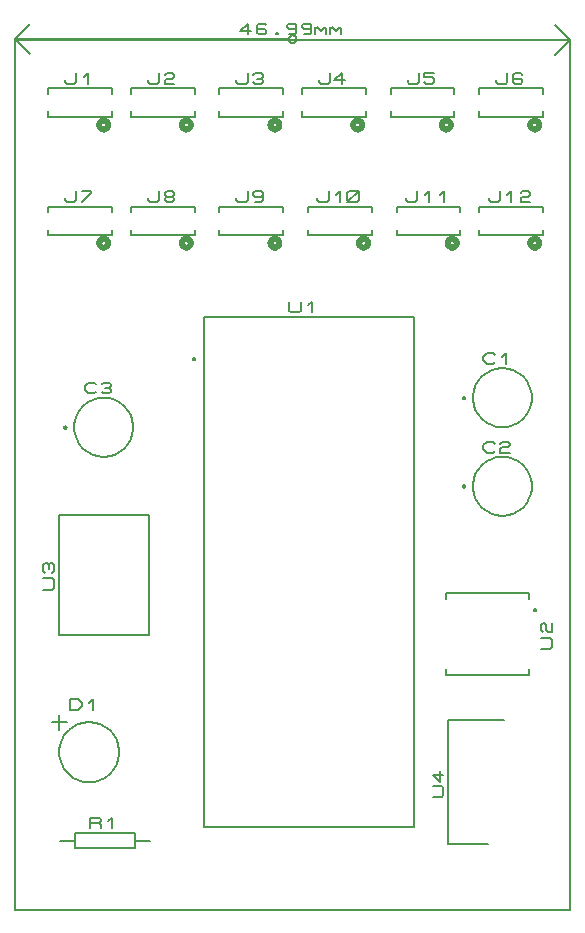
<source format=gbr>
G04 PROTEUS RS274X GERBER FILE*
%FSLAX45Y45*%
%MOMM*%
G01*
%ADD28C,0.127000*%
%ADD29C,0.200000*%
%ADD25C,0.203200*%
%ADD10C,0.508000*%
%ADD72C,0.152400*%
D28*
X+6599000Y+7687000D02*
X+8377000Y+7687000D01*
X+8377000Y+3369000D01*
X+6599000Y+3369000D01*
X+6599000Y+7687000D01*
D29*
X+6523000Y+7328000D02*
X+6522965Y+7328832D01*
X+6522683Y+7330497D01*
X+6522093Y+7332162D01*
X+6521128Y+7333827D01*
X+6519653Y+7335468D01*
X+6517988Y+7336671D01*
X+6516323Y+7337436D01*
X+6514658Y+7337867D01*
X+6512994Y+7338006D01*
X+6502988Y+7328000D02*
X+6503023Y+7328832D01*
X+6503305Y+7330497D01*
X+6503895Y+7332162D01*
X+6504860Y+7333827D01*
X+6506335Y+7335468D01*
X+6508000Y+7336671D01*
X+6509665Y+7337436D01*
X+6511330Y+7337867D01*
X+6512994Y+7338006D01*
X+6502988Y+7328000D02*
X+6503023Y+7327168D01*
X+6503305Y+7325503D01*
X+6503895Y+7323838D01*
X+6504860Y+7322173D01*
X+6506335Y+7320532D01*
X+6508000Y+7319329D01*
X+6509665Y+7318564D01*
X+6511330Y+7318133D01*
X+6512994Y+7317994D01*
X+6523000Y+7328000D02*
X+6522965Y+7327168D01*
X+6522683Y+7325503D01*
X+6522093Y+7323838D01*
X+6521128Y+7322173D01*
X+6519653Y+7320532D01*
X+6517988Y+7319329D01*
X+6516323Y+7318564D01*
X+6514658Y+7318133D01*
X+6512994Y+7317994D01*
D25*
X+7321744Y+7815270D02*
X+7321744Y+7739070D01*
X+7337619Y+7723830D01*
X+7401119Y+7723830D01*
X+7416994Y+7739070D01*
X+7416994Y+7815270D01*
X+7480494Y+7784790D02*
X+7512244Y+7815270D01*
X+7512244Y+7723830D01*
D10*
X+5788100Y+9309500D02*
X+5787969Y+9312658D01*
X+5786903Y+9318976D01*
X+5784672Y+9325294D01*
X+5781027Y+9331612D01*
X+5775452Y+9337851D01*
X+5769134Y+9342447D01*
X+5762816Y+9345380D01*
X+5756498Y+9347042D01*
X+5750180Y+9347600D01*
X+5750000Y+9347600D01*
X+5711900Y+9309500D02*
X+5712031Y+9312658D01*
X+5713097Y+9318976D01*
X+5715328Y+9325294D01*
X+5718973Y+9331612D01*
X+5724548Y+9337851D01*
X+5730866Y+9342447D01*
X+5737184Y+9345380D01*
X+5743502Y+9347042D01*
X+5749820Y+9347600D01*
X+5750000Y+9347600D01*
X+5711900Y+9309500D02*
X+5712031Y+9306342D01*
X+5713097Y+9300024D01*
X+5715328Y+9293706D01*
X+5718973Y+9287388D01*
X+5724548Y+9281149D01*
X+5730866Y+9276553D01*
X+5737184Y+9273620D01*
X+5743502Y+9271958D01*
X+5749820Y+9271400D01*
X+5750000Y+9271400D01*
X+5788100Y+9309500D02*
X+5787969Y+9306342D01*
X+5786903Y+9300024D01*
X+5784672Y+9293706D01*
X+5781027Y+9287388D01*
X+5775452Y+9281149D01*
X+5769134Y+9276553D01*
X+5762816Y+9273620D01*
X+5756498Y+9271958D01*
X+5750180Y+9271400D01*
X+5750000Y+9271400D01*
D72*
X+5280150Y+9380620D02*
X+5819850Y+9380620D01*
X+5819850Y+9424135D01*
X+5819850Y+9619380D02*
X+5280150Y+9619380D01*
X+5280150Y+9575865D01*
X+5280150Y+9424135D02*
X+5280150Y+9380620D01*
X+5819850Y+9575865D02*
X+5819850Y+9619380D01*
D25*
X+5423000Y+9687960D02*
X+5423000Y+9672720D01*
X+5438875Y+9657480D01*
X+5502375Y+9657480D01*
X+5518250Y+9672720D01*
X+5518250Y+9748920D01*
X+5581750Y+9718440D02*
X+5613500Y+9748920D01*
X+5613500Y+9657480D01*
D10*
X+6488100Y+9309500D02*
X+6487969Y+9312658D01*
X+6486903Y+9318976D01*
X+6484672Y+9325294D01*
X+6481027Y+9331612D01*
X+6475452Y+9337851D01*
X+6469134Y+9342447D01*
X+6462816Y+9345380D01*
X+6456498Y+9347042D01*
X+6450180Y+9347600D01*
X+6450000Y+9347600D01*
X+6411900Y+9309500D02*
X+6412031Y+9312658D01*
X+6413097Y+9318976D01*
X+6415328Y+9325294D01*
X+6418973Y+9331612D01*
X+6424548Y+9337851D01*
X+6430866Y+9342447D01*
X+6437184Y+9345380D01*
X+6443502Y+9347042D01*
X+6449820Y+9347600D01*
X+6450000Y+9347600D01*
X+6411900Y+9309500D02*
X+6412031Y+9306342D01*
X+6413097Y+9300024D01*
X+6415328Y+9293706D01*
X+6418973Y+9287388D01*
X+6424548Y+9281149D01*
X+6430866Y+9276553D01*
X+6437184Y+9273620D01*
X+6443502Y+9271958D01*
X+6449820Y+9271400D01*
X+6450000Y+9271400D01*
X+6488100Y+9309500D02*
X+6487969Y+9306342D01*
X+6486903Y+9300024D01*
X+6484672Y+9293706D01*
X+6481027Y+9287388D01*
X+6475452Y+9281149D01*
X+6469134Y+9276553D01*
X+6462816Y+9273620D01*
X+6456498Y+9271958D01*
X+6450180Y+9271400D01*
X+6450000Y+9271400D01*
D72*
X+5980150Y+9380620D02*
X+6519850Y+9380620D01*
X+6519850Y+9424135D01*
X+6519850Y+9619380D02*
X+5980150Y+9619380D01*
X+5980150Y+9575865D01*
X+5980150Y+9424135D02*
X+5980150Y+9380620D01*
X+6519850Y+9575865D02*
X+6519850Y+9619380D01*
D25*
X+6123000Y+9687960D02*
X+6123000Y+9672720D01*
X+6138875Y+9657480D01*
X+6202375Y+9657480D01*
X+6218250Y+9672720D01*
X+6218250Y+9748920D01*
X+6265875Y+9733680D02*
X+6281750Y+9748920D01*
X+6329375Y+9748920D01*
X+6345250Y+9733680D01*
X+6345250Y+9718440D01*
X+6329375Y+9703200D01*
X+6281750Y+9703200D01*
X+6265875Y+9687960D01*
X+6265875Y+9657480D01*
X+6345250Y+9657480D01*
D10*
X+7238100Y+9309500D02*
X+7237969Y+9312658D01*
X+7236903Y+9318976D01*
X+7234672Y+9325294D01*
X+7231027Y+9331612D01*
X+7225452Y+9337851D01*
X+7219134Y+9342447D01*
X+7212816Y+9345380D01*
X+7206498Y+9347042D01*
X+7200180Y+9347600D01*
X+7200000Y+9347600D01*
X+7161900Y+9309500D02*
X+7162031Y+9312658D01*
X+7163097Y+9318976D01*
X+7165328Y+9325294D01*
X+7168973Y+9331612D01*
X+7174548Y+9337851D01*
X+7180866Y+9342447D01*
X+7187184Y+9345380D01*
X+7193502Y+9347042D01*
X+7199820Y+9347600D01*
X+7200000Y+9347600D01*
X+7161900Y+9309500D02*
X+7162031Y+9306342D01*
X+7163097Y+9300024D01*
X+7165328Y+9293706D01*
X+7168973Y+9287388D01*
X+7174548Y+9281149D01*
X+7180866Y+9276553D01*
X+7187184Y+9273620D01*
X+7193502Y+9271958D01*
X+7199820Y+9271400D01*
X+7200000Y+9271400D01*
X+7238100Y+9309500D02*
X+7237969Y+9306342D01*
X+7236903Y+9300024D01*
X+7234672Y+9293706D01*
X+7231027Y+9287388D01*
X+7225452Y+9281149D01*
X+7219134Y+9276553D01*
X+7212816Y+9273620D01*
X+7206498Y+9271958D01*
X+7200180Y+9271400D01*
X+7200000Y+9271400D01*
D72*
X+6730150Y+9380620D02*
X+7269850Y+9380620D01*
X+7269850Y+9424135D01*
X+7269850Y+9619380D02*
X+6730150Y+9619380D01*
X+6730150Y+9575865D01*
X+6730150Y+9424135D02*
X+6730150Y+9380620D01*
X+7269850Y+9575865D02*
X+7269850Y+9619380D01*
D25*
X+6873000Y+9687960D02*
X+6873000Y+9672720D01*
X+6888875Y+9657480D01*
X+6952375Y+9657480D01*
X+6968250Y+9672720D01*
X+6968250Y+9748920D01*
X+7015875Y+9733680D02*
X+7031750Y+9748920D01*
X+7079375Y+9748920D01*
X+7095250Y+9733680D01*
X+7095250Y+9718440D01*
X+7079375Y+9703200D01*
X+7095250Y+9687960D01*
X+7095250Y+9672720D01*
X+7079375Y+9657480D01*
X+7031750Y+9657480D01*
X+7015875Y+9672720D01*
X+7047625Y+9703200D02*
X+7079375Y+9703200D01*
D10*
X+7938100Y+9309500D02*
X+7937969Y+9312658D01*
X+7936903Y+9318976D01*
X+7934672Y+9325294D01*
X+7931027Y+9331612D01*
X+7925452Y+9337851D01*
X+7919134Y+9342447D01*
X+7912816Y+9345380D01*
X+7906498Y+9347042D01*
X+7900180Y+9347600D01*
X+7900000Y+9347600D01*
X+7861900Y+9309500D02*
X+7862031Y+9312658D01*
X+7863097Y+9318976D01*
X+7865328Y+9325294D01*
X+7868973Y+9331612D01*
X+7874548Y+9337851D01*
X+7880866Y+9342447D01*
X+7887184Y+9345380D01*
X+7893502Y+9347042D01*
X+7899820Y+9347600D01*
X+7900000Y+9347600D01*
X+7861900Y+9309500D02*
X+7862031Y+9306342D01*
X+7863097Y+9300024D01*
X+7865328Y+9293706D01*
X+7868973Y+9287388D01*
X+7874548Y+9281149D01*
X+7880866Y+9276553D01*
X+7887184Y+9273620D01*
X+7893502Y+9271958D01*
X+7899820Y+9271400D01*
X+7900000Y+9271400D01*
X+7938100Y+9309500D02*
X+7937969Y+9306342D01*
X+7936903Y+9300024D01*
X+7934672Y+9293706D01*
X+7931027Y+9287388D01*
X+7925452Y+9281149D01*
X+7919134Y+9276553D01*
X+7912816Y+9273620D01*
X+7906498Y+9271958D01*
X+7900180Y+9271400D01*
X+7900000Y+9271400D01*
D72*
X+7430150Y+9380620D02*
X+7969850Y+9380620D01*
X+7969850Y+9424135D01*
X+7969850Y+9619380D02*
X+7430150Y+9619380D01*
X+7430150Y+9575865D01*
X+7430150Y+9424135D02*
X+7430150Y+9380620D01*
X+7969850Y+9575865D02*
X+7969850Y+9619380D01*
D25*
X+7573000Y+9687960D02*
X+7573000Y+9672720D01*
X+7588875Y+9657480D01*
X+7652375Y+9657480D01*
X+7668250Y+9672720D01*
X+7668250Y+9748920D01*
X+7795250Y+9687960D02*
X+7700000Y+9687960D01*
X+7763500Y+9748920D01*
X+7763500Y+9657480D01*
D10*
X+8688100Y+9309500D02*
X+8687969Y+9312658D01*
X+8686903Y+9318976D01*
X+8684672Y+9325294D01*
X+8681027Y+9331612D01*
X+8675452Y+9337851D01*
X+8669134Y+9342447D01*
X+8662816Y+9345380D01*
X+8656498Y+9347042D01*
X+8650180Y+9347600D01*
X+8650000Y+9347600D01*
X+8611900Y+9309500D02*
X+8612031Y+9312658D01*
X+8613097Y+9318976D01*
X+8615328Y+9325294D01*
X+8618973Y+9331612D01*
X+8624548Y+9337851D01*
X+8630866Y+9342447D01*
X+8637184Y+9345380D01*
X+8643502Y+9347042D01*
X+8649820Y+9347600D01*
X+8650000Y+9347600D01*
X+8611900Y+9309500D02*
X+8612031Y+9306342D01*
X+8613097Y+9300024D01*
X+8615328Y+9293706D01*
X+8618973Y+9287388D01*
X+8624548Y+9281149D01*
X+8630866Y+9276553D01*
X+8637184Y+9273620D01*
X+8643502Y+9271958D01*
X+8649820Y+9271400D01*
X+8650000Y+9271400D01*
X+8688100Y+9309500D02*
X+8687969Y+9306342D01*
X+8686903Y+9300024D01*
X+8684672Y+9293706D01*
X+8681027Y+9287388D01*
X+8675452Y+9281149D01*
X+8669134Y+9276553D01*
X+8662816Y+9273620D01*
X+8656498Y+9271958D01*
X+8650180Y+9271400D01*
X+8650000Y+9271400D01*
D72*
X+8180150Y+9380620D02*
X+8719850Y+9380620D01*
X+8719850Y+9424135D01*
X+8719850Y+9619380D02*
X+8180150Y+9619380D01*
X+8180150Y+9575865D01*
X+8180150Y+9424135D02*
X+8180150Y+9380620D01*
X+8719850Y+9575865D02*
X+8719850Y+9619380D01*
D25*
X+8323000Y+9687960D02*
X+8323000Y+9672720D01*
X+8338875Y+9657480D01*
X+8402375Y+9657480D01*
X+8418250Y+9672720D01*
X+8418250Y+9748920D01*
X+8545250Y+9748920D02*
X+8465875Y+9748920D01*
X+8465875Y+9718440D01*
X+8529375Y+9718440D01*
X+8545250Y+9703200D01*
X+8545250Y+9672720D01*
X+8529375Y+9657480D01*
X+8481750Y+9657480D01*
X+8465875Y+9672720D01*
D10*
X+9438100Y+9309500D02*
X+9437969Y+9312658D01*
X+9436903Y+9318976D01*
X+9434672Y+9325294D01*
X+9431027Y+9331612D01*
X+9425452Y+9337851D01*
X+9419134Y+9342447D01*
X+9412816Y+9345380D01*
X+9406498Y+9347042D01*
X+9400180Y+9347600D01*
X+9400000Y+9347600D01*
X+9361900Y+9309500D02*
X+9362031Y+9312658D01*
X+9363097Y+9318976D01*
X+9365328Y+9325294D01*
X+9368973Y+9331612D01*
X+9374548Y+9337851D01*
X+9380866Y+9342447D01*
X+9387184Y+9345380D01*
X+9393502Y+9347042D01*
X+9399820Y+9347600D01*
X+9400000Y+9347600D01*
X+9361900Y+9309500D02*
X+9362031Y+9306342D01*
X+9363097Y+9300024D01*
X+9365328Y+9293706D01*
X+9368973Y+9287388D01*
X+9374548Y+9281149D01*
X+9380866Y+9276553D01*
X+9387184Y+9273620D01*
X+9393502Y+9271958D01*
X+9399820Y+9271400D01*
X+9400000Y+9271400D01*
X+9438100Y+9309500D02*
X+9437969Y+9306342D01*
X+9436903Y+9300024D01*
X+9434672Y+9293706D01*
X+9431027Y+9287388D01*
X+9425452Y+9281149D01*
X+9419134Y+9276553D01*
X+9412816Y+9273620D01*
X+9406498Y+9271958D01*
X+9400180Y+9271400D01*
X+9400000Y+9271400D01*
D72*
X+8930150Y+9380620D02*
X+9469850Y+9380620D01*
X+9469850Y+9424135D01*
X+9469850Y+9619380D02*
X+8930150Y+9619380D01*
X+8930150Y+9575865D01*
X+8930150Y+9424135D02*
X+8930150Y+9380620D01*
X+9469850Y+9575865D02*
X+9469850Y+9619380D01*
D25*
X+9073000Y+9687960D02*
X+9073000Y+9672720D01*
X+9088875Y+9657480D01*
X+9152375Y+9657480D01*
X+9168250Y+9672720D01*
X+9168250Y+9748920D01*
X+9295250Y+9733680D02*
X+9279375Y+9748920D01*
X+9231750Y+9748920D01*
X+9215875Y+9733680D01*
X+9215875Y+9672720D01*
X+9231750Y+9657480D01*
X+9279375Y+9657480D01*
X+9295250Y+9672720D01*
X+9295250Y+9687960D01*
X+9279375Y+9703200D01*
X+9215875Y+9703200D01*
D10*
X+5788100Y+8309500D02*
X+5787969Y+8312658D01*
X+5786903Y+8318976D01*
X+5784672Y+8325294D01*
X+5781027Y+8331612D01*
X+5775452Y+8337851D01*
X+5769134Y+8342447D01*
X+5762816Y+8345380D01*
X+5756498Y+8347042D01*
X+5750180Y+8347600D01*
X+5750000Y+8347600D01*
X+5711900Y+8309500D02*
X+5712031Y+8312658D01*
X+5713097Y+8318976D01*
X+5715328Y+8325294D01*
X+5718973Y+8331612D01*
X+5724548Y+8337851D01*
X+5730866Y+8342447D01*
X+5737184Y+8345380D01*
X+5743502Y+8347042D01*
X+5749820Y+8347600D01*
X+5750000Y+8347600D01*
X+5711900Y+8309500D02*
X+5712031Y+8306342D01*
X+5713097Y+8300024D01*
X+5715328Y+8293706D01*
X+5718973Y+8287388D01*
X+5724548Y+8281149D01*
X+5730866Y+8276553D01*
X+5737184Y+8273620D01*
X+5743502Y+8271958D01*
X+5749820Y+8271400D01*
X+5750000Y+8271400D01*
X+5788100Y+8309500D02*
X+5787969Y+8306342D01*
X+5786903Y+8300024D01*
X+5784672Y+8293706D01*
X+5781027Y+8287388D01*
X+5775452Y+8281149D01*
X+5769134Y+8276553D01*
X+5762816Y+8273620D01*
X+5756498Y+8271958D01*
X+5750180Y+8271400D01*
X+5750000Y+8271400D01*
D72*
X+5280150Y+8380620D02*
X+5819850Y+8380620D01*
X+5819850Y+8424135D01*
X+5819850Y+8619380D02*
X+5280150Y+8619380D01*
X+5280150Y+8575865D01*
X+5280150Y+8424135D02*
X+5280150Y+8380620D01*
X+5819850Y+8575865D02*
X+5819850Y+8619380D01*
D25*
X+5423000Y+8687960D02*
X+5423000Y+8672720D01*
X+5438875Y+8657480D01*
X+5502375Y+8657480D01*
X+5518250Y+8672720D01*
X+5518250Y+8748920D01*
X+5565875Y+8748920D02*
X+5645250Y+8748920D01*
X+5645250Y+8733680D01*
X+5565875Y+8657480D01*
D10*
X+6488100Y+8309500D02*
X+6487969Y+8312658D01*
X+6486903Y+8318976D01*
X+6484672Y+8325294D01*
X+6481027Y+8331612D01*
X+6475452Y+8337851D01*
X+6469134Y+8342447D01*
X+6462816Y+8345380D01*
X+6456498Y+8347042D01*
X+6450180Y+8347600D01*
X+6450000Y+8347600D01*
X+6411900Y+8309500D02*
X+6412031Y+8312658D01*
X+6413097Y+8318976D01*
X+6415328Y+8325294D01*
X+6418973Y+8331612D01*
X+6424548Y+8337851D01*
X+6430866Y+8342447D01*
X+6437184Y+8345380D01*
X+6443502Y+8347042D01*
X+6449820Y+8347600D01*
X+6450000Y+8347600D01*
X+6411900Y+8309500D02*
X+6412031Y+8306342D01*
X+6413097Y+8300024D01*
X+6415328Y+8293706D01*
X+6418973Y+8287388D01*
X+6424548Y+8281149D01*
X+6430866Y+8276553D01*
X+6437184Y+8273620D01*
X+6443502Y+8271958D01*
X+6449820Y+8271400D01*
X+6450000Y+8271400D01*
X+6488100Y+8309500D02*
X+6487969Y+8306342D01*
X+6486903Y+8300024D01*
X+6484672Y+8293706D01*
X+6481027Y+8287388D01*
X+6475452Y+8281149D01*
X+6469134Y+8276553D01*
X+6462816Y+8273620D01*
X+6456498Y+8271958D01*
X+6450180Y+8271400D01*
X+6450000Y+8271400D01*
D72*
X+5980150Y+8380620D02*
X+6519850Y+8380620D01*
X+6519850Y+8424135D01*
X+6519850Y+8619380D02*
X+5980150Y+8619380D01*
X+5980150Y+8575865D01*
X+5980150Y+8424135D02*
X+5980150Y+8380620D01*
X+6519850Y+8575865D02*
X+6519850Y+8619380D01*
D25*
X+6123000Y+8687960D02*
X+6123000Y+8672720D01*
X+6138875Y+8657480D01*
X+6202375Y+8657480D01*
X+6218250Y+8672720D01*
X+6218250Y+8748920D01*
X+6281750Y+8703200D02*
X+6265875Y+8718440D01*
X+6265875Y+8733680D01*
X+6281750Y+8748920D01*
X+6329375Y+8748920D01*
X+6345250Y+8733680D01*
X+6345250Y+8718440D01*
X+6329375Y+8703200D01*
X+6281750Y+8703200D01*
X+6265875Y+8687960D01*
X+6265875Y+8672720D01*
X+6281750Y+8657480D01*
X+6329375Y+8657480D01*
X+6345250Y+8672720D01*
X+6345250Y+8687960D01*
X+6329375Y+8703200D01*
D10*
X+7238100Y+8309500D02*
X+7237969Y+8312658D01*
X+7236903Y+8318976D01*
X+7234672Y+8325294D01*
X+7231027Y+8331612D01*
X+7225452Y+8337851D01*
X+7219134Y+8342447D01*
X+7212816Y+8345380D01*
X+7206498Y+8347042D01*
X+7200180Y+8347600D01*
X+7200000Y+8347600D01*
X+7161900Y+8309500D02*
X+7162031Y+8312658D01*
X+7163097Y+8318976D01*
X+7165328Y+8325294D01*
X+7168973Y+8331612D01*
X+7174548Y+8337851D01*
X+7180866Y+8342447D01*
X+7187184Y+8345380D01*
X+7193502Y+8347042D01*
X+7199820Y+8347600D01*
X+7200000Y+8347600D01*
X+7161900Y+8309500D02*
X+7162031Y+8306342D01*
X+7163097Y+8300024D01*
X+7165328Y+8293706D01*
X+7168973Y+8287388D01*
X+7174548Y+8281149D01*
X+7180866Y+8276553D01*
X+7187184Y+8273620D01*
X+7193502Y+8271958D01*
X+7199820Y+8271400D01*
X+7200000Y+8271400D01*
X+7238100Y+8309500D02*
X+7237969Y+8306342D01*
X+7236903Y+8300024D01*
X+7234672Y+8293706D01*
X+7231027Y+8287388D01*
X+7225452Y+8281149D01*
X+7219134Y+8276553D01*
X+7212816Y+8273620D01*
X+7206498Y+8271958D01*
X+7200180Y+8271400D01*
X+7200000Y+8271400D01*
D72*
X+6730150Y+8380620D02*
X+7269850Y+8380620D01*
X+7269850Y+8424135D01*
X+7269850Y+8619380D02*
X+6730150Y+8619380D01*
X+6730150Y+8575865D01*
X+6730150Y+8424135D02*
X+6730150Y+8380620D01*
X+7269850Y+8575865D02*
X+7269850Y+8619380D01*
D25*
X+6873000Y+8687960D02*
X+6873000Y+8672720D01*
X+6888875Y+8657480D01*
X+6952375Y+8657480D01*
X+6968250Y+8672720D01*
X+6968250Y+8748920D01*
X+7095250Y+8718440D02*
X+7079375Y+8703200D01*
X+7031750Y+8703200D01*
X+7015875Y+8718440D01*
X+7015875Y+8733680D01*
X+7031750Y+8748920D01*
X+7079375Y+8748920D01*
X+7095250Y+8733680D01*
X+7095250Y+8672720D01*
X+7079375Y+8657480D01*
X+7031750Y+8657480D01*
D10*
X+7988100Y+8309500D02*
X+7987969Y+8312658D01*
X+7986903Y+8318976D01*
X+7984672Y+8325294D01*
X+7981027Y+8331612D01*
X+7975452Y+8337851D01*
X+7969134Y+8342447D01*
X+7962816Y+8345380D01*
X+7956498Y+8347042D01*
X+7950180Y+8347600D01*
X+7950000Y+8347600D01*
X+7911900Y+8309500D02*
X+7912031Y+8312658D01*
X+7913097Y+8318976D01*
X+7915328Y+8325294D01*
X+7918973Y+8331612D01*
X+7924548Y+8337851D01*
X+7930866Y+8342447D01*
X+7937184Y+8345380D01*
X+7943502Y+8347042D01*
X+7949820Y+8347600D01*
X+7950000Y+8347600D01*
X+7911900Y+8309500D02*
X+7912031Y+8306342D01*
X+7913097Y+8300024D01*
X+7915328Y+8293706D01*
X+7918973Y+8287388D01*
X+7924548Y+8281149D01*
X+7930866Y+8276553D01*
X+7937184Y+8273620D01*
X+7943502Y+8271958D01*
X+7949820Y+8271400D01*
X+7950000Y+8271400D01*
X+7988100Y+8309500D02*
X+7987969Y+8306342D01*
X+7986903Y+8300024D01*
X+7984672Y+8293706D01*
X+7981027Y+8287388D01*
X+7975452Y+8281149D01*
X+7969134Y+8276553D01*
X+7962816Y+8273620D01*
X+7956498Y+8271958D01*
X+7950180Y+8271400D01*
X+7950000Y+8271400D01*
D72*
X+7480150Y+8380620D02*
X+8019850Y+8380620D01*
X+8019850Y+8424135D01*
X+8019850Y+8619380D02*
X+7480150Y+8619380D01*
X+7480150Y+8575865D01*
X+7480150Y+8424135D02*
X+7480150Y+8380620D01*
X+8019850Y+8575865D02*
X+8019850Y+8619380D01*
D25*
X+7559500Y+8687960D02*
X+7559500Y+8672720D01*
X+7575375Y+8657480D01*
X+7638875Y+8657480D01*
X+7654750Y+8672720D01*
X+7654750Y+8748920D01*
X+7718250Y+8718440D02*
X+7750000Y+8748920D01*
X+7750000Y+8657480D01*
X+7813500Y+8672720D02*
X+7813500Y+8733680D01*
X+7829375Y+8748920D01*
X+7892875Y+8748920D01*
X+7908750Y+8733680D01*
X+7908750Y+8672720D01*
X+7892875Y+8657480D01*
X+7829375Y+8657480D01*
X+7813500Y+8672720D01*
X+7813500Y+8657480D02*
X+7908750Y+8748920D01*
D10*
X+8738100Y+8309500D02*
X+8737969Y+8312658D01*
X+8736903Y+8318976D01*
X+8734672Y+8325294D01*
X+8731027Y+8331612D01*
X+8725452Y+8337851D01*
X+8719134Y+8342447D01*
X+8712816Y+8345380D01*
X+8706498Y+8347042D01*
X+8700180Y+8347600D01*
X+8700000Y+8347600D01*
X+8661900Y+8309500D02*
X+8662031Y+8312658D01*
X+8663097Y+8318976D01*
X+8665328Y+8325294D01*
X+8668973Y+8331612D01*
X+8674548Y+8337851D01*
X+8680866Y+8342447D01*
X+8687184Y+8345380D01*
X+8693502Y+8347042D01*
X+8699820Y+8347600D01*
X+8700000Y+8347600D01*
X+8661900Y+8309500D02*
X+8662031Y+8306342D01*
X+8663097Y+8300024D01*
X+8665328Y+8293706D01*
X+8668973Y+8287388D01*
X+8674548Y+8281149D01*
X+8680866Y+8276553D01*
X+8687184Y+8273620D01*
X+8693502Y+8271958D01*
X+8699820Y+8271400D01*
X+8700000Y+8271400D01*
X+8738100Y+8309500D02*
X+8737969Y+8306342D01*
X+8736903Y+8300024D01*
X+8734672Y+8293706D01*
X+8731027Y+8287388D01*
X+8725452Y+8281149D01*
X+8719134Y+8276553D01*
X+8712816Y+8273620D01*
X+8706498Y+8271958D01*
X+8700180Y+8271400D01*
X+8700000Y+8271400D01*
D72*
X+8230150Y+8380620D02*
X+8769850Y+8380620D01*
X+8769850Y+8424135D01*
X+8769850Y+8619380D02*
X+8230150Y+8619380D01*
X+8230150Y+8575865D01*
X+8230150Y+8424135D02*
X+8230150Y+8380620D01*
X+8769850Y+8575865D02*
X+8769850Y+8619380D01*
D25*
X+8309500Y+8687960D02*
X+8309500Y+8672720D01*
X+8325375Y+8657480D01*
X+8388875Y+8657480D01*
X+8404750Y+8672720D01*
X+8404750Y+8748920D01*
X+8468250Y+8718440D02*
X+8500000Y+8748920D01*
X+8500000Y+8657480D01*
X+8595250Y+8718440D02*
X+8627000Y+8748920D01*
X+8627000Y+8657480D01*
D10*
X+9438100Y+8309500D02*
X+9437969Y+8312658D01*
X+9436903Y+8318976D01*
X+9434672Y+8325294D01*
X+9431027Y+8331612D01*
X+9425452Y+8337851D01*
X+9419134Y+8342447D01*
X+9412816Y+8345380D01*
X+9406498Y+8347042D01*
X+9400180Y+8347600D01*
X+9400000Y+8347600D01*
X+9361900Y+8309500D02*
X+9362031Y+8312658D01*
X+9363097Y+8318976D01*
X+9365328Y+8325294D01*
X+9368973Y+8331612D01*
X+9374548Y+8337851D01*
X+9380866Y+8342447D01*
X+9387184Y+8345380D01*
X+9393502Y+8347042D01*
X+9399820Y+8347600D01*
X+9400000Y+8347600D01*
X+9361900Y+8309500D02*
X+9362031Y+8306342D01*
X+9363097Y+8300024D01*
X+9365328Y+8293706D01*
X+9368973Y+8287388D01*
X+9374548Y+8281149D01*
X+9380866Y+8276553D01*
X+9387184Y+8273620D01*
X+9393502Y+8271958D01*
X+9399820Y+8271400D01*
X+9400000Y+8271400D01*
X+9438100Y+8309500D02*
X+9437969Y+8306342D01*
X+9436903Y+8300024D01*
X+9434672Y+8293706D01*
X+9431027Y+8287388D01*
X+9425452Y+8281149D01*
X+9419134Y+8276553D01*
X+9412816Y+8273620D01*
X+9406498Y+8271958D01*
X+9400180Y+8271400D01*
X+9400000Y+8271400D01*
D72*
X+8930150Y+8380620D02*
X+9469850Y+8380620D01*
X+9469850Y+8424135D01*
X+9469850Y+8619380D02*
X+8930150Y+8619380D01*
X+8930150Y+8575865D01*
X+8930150Y+8424135D02*
X+8930150Y+8380620D01*
X+9469850Y+8575865D02*
X+9469850Y+8619380D01*
D25*
X+9009500Y+8687960D02*
X+9009500Y+8672720D01*
X+9025375Y+8657480D01*
X+9088875Y+8657480D01*
X+9104750Y+8672720D01*
X+9104750Y+8748920D01*
X+9168250Y+8718440D02*
X+9200000Y+8748920D01*
X+9200000Y+8657480D01*
X+9279375Y+8733680D02*
X+9295250Y+8748920D01*
X+9342875Y+8748920D01*
X+9358750Y+8733680D01*
X+9358750Y+8718440D01*
X+9342875Y+8703200D01*
X+9295250Y+8703200D01*
X+9279375Y+8687960D01*
X+9279375Y+8657480D01*
X+9358750Y+8657480D01*
X+6131000Y+4996000D02*
X+5369000Y+4996000D01*
X+5369000Y+6012000D02*
X+6131000Y+6012000D01*
X+6131000Y+4996000D02*
X+6131000Y+6012000D01*
X+5369000Y+4996000D02*
X+5369000Y+6012000D01*
X+5236920Y+5377000D02*
X+5313120Y+5377000D01*
X+5328360Y+5392875D01*
X+5328360Y+5456375D01*
X+5313120Y+5472250D01*
X+5236920Y+5472250D01*
X+5252160Y+5519875D02*
X+5236920Y+5535750D01*
X+5236920Y+5583375D01*
X+5252160Y+5599250D01*
X+5267400Y+5599250D01*
X+5282640Y+5583375D01*
X+5297880Y+5599250D01*
X+5313120Y+5599250D01*
X+5328360Y+5583375D01*
X+5328360Y+5535750D01*
X+5313120Y+5519875D01*
X+5282640Y+5551625D02*
X+5282640Y+5583375D01*
X+5377000Y+3250000D02*
X+5504000Y+3250000D01*
X+5504000Y+3186500D02*
X+6012000Y+3186500D01*
X+6012000Y+3313500D01*
X+5504000Y+3313500D01*
X+5504000Y+3186500D01*
X+6012000Y+3250000D02*
X+6139000Y+3250000D01*
X+5631000Y+3354140D02*
X+5631000Y+3445580D01*
X+5710375Y+3445580D01*
X+5726250Y+3430340D01*
X+5726250Y+3415100D01*
X+5710375Y+3399860D01*
X+5631000Y+3399860D01*
X+5710375Y+3399860D02*
X+5726250Y+3384620D01*
X+5726250Y+3354140D01*
X+5789750Y+3415100D02*
X+5821500Y+3445580D01*
X+5821500Y+3354140D01*
D28*
X+9375000Y+7000000D02*
X+9374185Y+7020171D01*
X+9367566Y+7060514D01*
X+9353753Y+7100857D01*
X+9331307Y+7141200D01*
X+9297010Y+7181418D01*
X+9256667Y+7212518D01*
X+9216324Y+7232723D01*
X+9175981Y+7244747D01*
X+9135638Y+7249774D01*
X+9125000Y+7250000D01*
X+8875000Y+7000000D02*
X+8875815Y+7020171D01*
X+8882434Y+7060514D01*
X+8896247Y+7100857D01*
X+8918693Y+7141200D01*
X+8952990Y+7181418D01*
X+8993333Y+7212518D01*
X+9033676Y+7232723D01*
X+9074019Y+7244747D01*
X+9114362Y+7249774D01*
X+9125000Y+7250000D01*
X+8875000Y+7000000D02*
X+8875815Y+6979829D01*
X+8882434Y+6939486D01*
X+8896247Y+6899143D01*
X+8918693Y+6858800D01*
X+8952990Y+6818582D01*
X+8993333Y+6787482D01*
X+9033676Y+6767277D01*
X+9074019Y+6755253D01*
X+9114362Y+6750226D01*
X+9125000Y+6750000D01*
X+9375000Y+7000000D02*
X+9374185Y+6979829D01*
X+9367566Y+6939486D01*
X+9353753Y+6899143D01*
X+9331307Y+6858800D01*
X+9297010Y+6818582D01*
X+9256667Y+6787482D01*
X+9216324Y+6767277D01*
X+9175981Y+6755253D01*
X+9135638Y+6750226D01*
X+9125000Y+6750000D01*
D29*
X+8810000Y+7000000D02*
X+8809965Y+7000831D01*
X+8809684Y+7002495D01*
X+8809094Y+7004159D01*
X+8808130Y+7005823D01*
X+8806655Y+7007464D01*
X+8804991Y+7008665D01*
X+8803327Y+7009430D01*
X+8801663Y+7009861D01*
X+8800000Y+7010000D01*
X+8790000Y+7000000D02*
X+8790035Y+7000831D01*
X+8790316Y+7002495D01*
X+8790906Y+7004159D01*
X+8791870Y+7005823D01*
X+8793345Y+7007464D01*
X+8795009Y+7008665D01*
X+8796673Y+7009430D01*
X+8798337Y+7009861D01*
X+8800000Y+7010000D01*
X+8790000Y+7000000D02*
X+8790035Y+6999169D01*
X+8790316Y+6997505D01*
X+8790906Y+6995841D01*
X+8791870Y+6994177D01*
X+8793345Y+6992536D01*
X+8795009Y+6991335D01*
X+8796673Y+6990570D01*
X+8798337Y+6990139D01*
X+8800000Y+6990000D01*
X+8810000Y+7000000D02*
X+8809965Y+6999169D01*
X+8809684Y+6997505D01*
X+8809094Y+6995841D01*
X+8808130Y+6994177D01*
X+8806655Y+6992536D01*
X+8804991Y+6991335D01*
X+8803327Y+6990570D01*
X+8801663Y+6990139D01*
X+8800000Y+6990000D01*
D25*
X+9059500Y+7302070D02*
X+9043625Y+7286830D01*
X+8996000Y+7286830D01*
X+8964250Y+7317310D01*
X+8964250Y+7347790D01*
X+8996000Y+7378270D01*
X+9043625Y+7378270D01*
X+9059500Y+7363030D01*
X+9123000Y+7347790D02*
X+9154750Y+7378270D01*
X+9154750Y+7286830D01*
D28*
X+9375000Y+6250000D02*
X+9374185Y+6270171D01*
X+9367566Y+6310514D01*
X+9353753Y+6350857D01*
X+9331307Y+6391200D01*
X+9297010Y+6431418D01*
X+9256667Y+6462518D01*
X+9216324Y+6482723D01*
X+9175981Y+6494747D01*
X+9135638Y+6499774D01*
X+9125000Y+6500000D01*
X+8875000Y+6250000D02*
X+8875815Y+6270171D01*
X+8882434Y+6310514D01*
X+8896247Y+6350857D01*
X+8918693Y+6391200D01*
X+8952990Y+6431418D01*
X+8993333Y+6462518D01*
X+9033676Y+6482723D01*
X+9074019Y+6494747D01*
X+9114362Y+6499774D01*
X+9125000Y+6500000D01*
X+8875000Y+6250000D02*
X+8875815Y+6229829D01*
X+8882434Y+6189486D01*
X+8896247Y+6149143D01*
X+8918693Y+6108800D01*
X+8952990Y+6068582D01*
X+8993333Y+6037482D01*
X+9033676Y+6017277D01*
X+9074019Y+6005253D01*
X+9114362Y+6000226D01*
X+9125000Y+6000000D01*
X+9375000Y+6250000D02*
X+9374185Y+6229829D01*
X+9367566Y+6189486D01*
X+9353753Y+6149143D01*
X+9331307Y+6108800D01*
X+9297010Y+6068582D01*
X+9256667Y+6037482D01*
X+9216324Y+6017277D01*
X+9175981Y+6005253D01*
X+9135638Y+6000226D01*
X+9125000Y+6000000D01*
D29*
X+8810000Y+6250000D02*
X+8809965Y+6250831D01*
X+8809684Y+6252495D01*
X+8809094Y+6254159D01*
X+8808130Y+6255823D01*
X+8806655Y+6257464D01*
X+8804991Y+6258665D01*
X+8803327Y+6259430D01*
X+8801663Y+6259861D01*
X+8800000Y+6260000D01*
X+8790000Y+6250000D02*
X+8790035Y+6250831D01*
X+8790316Y+6252495D01*
X+8790906Y+6254159D01*
X+8791870Y+6255823D01*
X+8793345Y+6257464D01*
X+8795009Y+6258665D01*
X+8796673Y+6259430D01*
X+8798337Y+6259861D01*
X+8800000Y+6260000D01*
X+8790000Y+6250000D02*
X+8790035Y+6249169D01*
X+8790316Y+6247505D01*
X+8790906Y+6245841D01*
X+8791870Y+6244177D01*
X+8793345Y+6242536D01*
X+8795009Y+6241335D01*
X+8796673Y+6240570D01*
X+8798337Y+6240139D01*
X+8800000Y+6240000D01*
X+8810000Y+6250000D02*
X+8809965Y+6249169D01*
X+8809684Y+6247505D01*
X+8809094Y+6245841D01*
X+8808130Y+6244177D01*
X+8806655Y+6242536D01*
X+8804991Y+6241335D01*
X+8803327Y+6240570D01*
X+8801663Y+6240139D01*
X+8800000Y+6240000D01*
D25*
X+9059500Y+6552070D02*
X+9043625Y+6536830D01*
X+8996000Y+6536830D01*
X+8964250Y+6567310D01*
X+8964250Y+6597790D01*
X+8996000Y+6628270D01*
X+9043625Y+6628270D01*
X+9059500Y+6613030D01*
X+9107125Y+6613030D02*
X+9123000Y+6628270D01*
X+9170625Y+6628270D01*
X+9186500Y+6613030D01*
X+9186500Y+6597790D01*
X+9170625Y+6582550D01*
X+9123000Y+6582550D01*
X+9107125Y+6567310D01*
X+9107125Y+6536830D01*
X+9186500Y+6536830D01*
D28*
X+6000000Y+6750000D02*
X+5999185Y+6770171D01*
X+5992566Y+6810514D01*
X+5978753Y+6850857D01*
X+5956307Y+6891200D01*
X+5922010Y+6931418D01*
X+5881667Y+6962518D01*
X+5841324Y+6982723D01*
X+5800981Y+6994747D01*
X+5760638Y+6999774D01*
X+5750000Y+7000000D01*
X+5500000Y+6750000D02*
X+5500815Y+6770171D01*
X+5507434Y+6810514D01*
X+5521247Y+6850857D01*
X+5543693Y+6891200D01*
X+5577990Y+6931418D01*
X+5618333Y+6962518D01*
X+5658676Y+6982723D01*
X+5699019Y+6994747D01*
X+5739362Y+6999774D01*
X+5750000Y+7000000D01*
X+5500000Y+6750000D02*
X+5500815Y+6729829D01*
X+5507434Y+6689486D01*
X+5521247Y+6649143D01*
X+5543693Y+6608800D01*
X+5577990Y+6568582D01*
X+5618333Y+6537482D01*
X+5658676Y+6517277D01*
X+5699019Y+6505253D01*
X+5739362Y+6500226D01*
X+5750000Y+6500000D01*
X+6000000Y+6750000D02*
X+5999185Y+6729829D01*
X+5992566Y+6689486D01*
X+5978753Y+6649143D01*
X+5956307Y+6608800D01*
X+5922010Y+6568582D01*
X+5881667Y+6537482D01*
X+5841324Y+6517277D01*
X+5800981Y+6505253D01*
X+5760638Y+6500226D01*
X+5750000Y+6500000D01*
D29*
X+5435000Y+6750000D02*
X+5434965Y+6750831D01*
X+5434684Y+6752495D01*
X+5434094Y+6754159D01*
X+5433130Y+6755823D01*
X+5431655Y+6757464D01*
X+5429991Y+6758665D01*
X+5428327Y+6759430D01*
X+5426663Y+6759861D01*
X+5425000Y+6760000D01*
X+5415000Y+6750000D02*
X+5415035Y+6750831D01*
X+5415316Y+6752495D01*
X+5415906Y+6754159D01*
X+5416870Y+6755823D01*
X+5418345Y+6757464D01*
X+5420009Y+6758665D01*
X+5421673Y+6759430D01*
X+5423337Y+6759861D01*
X+5425000Y+6760000D01*
X+5415000Y+6750000D02*
X+5415035Y+6749169D01*
X+5415316Y+6747505D01*
X+5415906Y+6745841D01*
X+5416870Y+6744177D01*
X+5418345Y+6742536D01*
X+5420009Y+6741335D01*
X+5421673Y+6740570D01*
X+5423337Y+6740139D01*
X+5425000Y+6740000D01*
X+5435000Y+6750000D02*
X+5434965Y+6749169D01*
X+5434684Y+6747505D01*
X+5434094Y+6745841D01*
X+5433130Y+6744177D01*
X+5431655Y+6742536D01*
X+5429991Y+6741335D01*
X+5428327Y+6740570D01*
X+5426663Y+6740139D01*
X+5425000Y+6740000D01*
D25*
X+5684500Y+7052070D02*
X+5668625Y+7036830D01*
X+5621000Y+7036830D01*
X+5589250Y+7067310D01*
X+5589250Y+7097790D01*
X+5621000Y+7128270D01*
X+5668625Y+7128270D01*
X+5684500Y+7113030D01*
X+5732125Y+7113030D02*
X+5748000Y+7128270D01*
X+5795625Y+7128270D01*
X+5811500Y+7113030D01*
X+5811500Y+7097790D01*
X+5795625Y+7082550D01*
X+5811500Y+7067310D01*
X+5811500Y+7052070D01*
X+5795625Y+7036830D01*
X+5748000Y+7036830D01*
X+5732125Y+7052070D01*
X+5763875Y+7082550D02*
X+5795625Y+7082550D01*
D28*
X+9350012Y+4649988D02*
X+8649988Y+4649988D01*
X+8649988Y+5350012D02*
X+9350012Y+5350012D01*
D29*
X+9410000Y+5204000D02*
X+9409965Y+5204831D01*
X+9409684Y+5206495D01*
X+9409094Y+5208159D01*
X+9408130Y+5209823D01*
X+9406655Y+5211464D01*
X+9404991Y+5212665D01*
X+9403327Y+5213430D01*
X+9401663Y+5213861D01*
X+9400000Y+5214000D01*
X+9390000Y+5204000D02*
X+9390035Y+5204831D01*
X+9390316Y+5206495D01*
X+9390906Y+5208159D01*
X+9391870Y+5209823D01*
X+9393345Y+5211464D01*
X+9395009Y+5212665D01*
X+9396673Y+5213430D01*
X+9398337Y+5213861D01*
X+9400000Y+5214000D01*
X+9390000Y+5204000D02*
X+9390035Y+5203169D01*
X+9390316Y+5201505D01*
X+9390906Y+5199841D01*
X+9391870Y+5198177D01*
X+9393345Y+5196536D01*
X+9395009Y+5195335D01*
X+9396673Y+5194570D01*
X+9398337Y+5194139D01*
X+9400000Y+5194000D01*
X+9410000Y+5204000D02*
X+9409965Y+5203169D01*
X+9409684Y+5201505D01*
X+9409094Y+5199841D01*
X+9408130Y+5198177D01*
X+9406655Y+5196536D01*
X+9404991Y+5195335D01*
X+9403327Y+5194570D01*
X+9401663Y+5194139D01*
X+9400000Y+5194000D01*
D28*
X+9350012Y+5350012D02*
X+9350012Y+5300000D01*
X+9350012Y+4700000D02*
X+9350012Y+4649988D01*
X+8649988Y+5350012D02*
X+8649988Y+5300000D01*
X+8649988Y+4700000D02*
X+8649988Y+4649988D01*
D25*
X+9450480Y+4873000D02*
X+9526680Y+4873000D01*
X+9541920Y+4888875D01*
X+9541920Y+4952375D01*
X+9526680Y+4968250D01*
X+9450480Y+4968250D01*
X+9465720Y+5015875D02*
X+9450480Y+5031750D01*
X+9450480Y+5079375D01*
X+9465720Y+5095250D01*
X+9480960Y+5095250D01*
X+9496200Y+5079375D01*
X+9496200Y+5031750D01*
X+9511440Y+5015875D01*
X+9541920Y+5015875D01*
X+9541920Y+5095250D01*
D29*
X+9137000Y+4273000D02*
X+8667000Y+4273000D01*
X+8667000Y+3219000D01*
X+9000000Y+3219000D01*
D25*
X+8535080Y+3619000D02*
X+8611280Y+3619000D01*
X+8626520Y+3634875D01*
X+8626520Y+3698375D01*
X+8611280Y+3714250D01*
X+8535080Y+3714250D01*
X+8596040Y+3841250D02*
X+8596040Y+3746000D01*
X+8535080Y+3809500D01*
X+8626520Y+3809500D01*
X+5881000Y+4000000D02*
X+5880173Y+4020483D01*
X+5873455Y+4061450D01*
X+5859437Y+4102417D01*
X+5836659Y+4143384D01*
X+5801859Y+4184229D01*
X+5760892Y+4215845D01*
X+5719925Y+4236392D01*
X+5678958Y+4248629D01*
X+5637991Y+4253762D01*
X+5627000Y+4254000D01*
X+5373000Y+4000000D02*
X+5373827Y+4020483D01*
X+5380545Y+4061450D01*
X+5394563Y+4102417D01*
X+5417341Y+4143384D01*
X+5452141Y+4184229D01*
X+5493108Y+4215845D01*
X+5534075Y+4236392D01*
X+5575042Y+4248629D01*
X+5616009Y+4253762D01*
X+5627000Y+4254000D01*
X+5373000Y+4000000D02*
X+5373827Y+3979517D01*
X+5380545Y+3938550D01*
X+5394563Y+3897583D01*
X+5417341Y+3856616D01*
X+5452141Y+3815771D01*
X+5493108Y+3784155D01*
X+5534075Y+3763608D01*
X+5575042Y+3751371D01*
X+5616009Y+3746238D01*
X+5627000Y+3746000D01*
X+5881000Y+4000000D02*
X+5880173Y+3979517D01*
X+5873455Y+3938550D01*
X+5859437Y+3897583D01*
X+5836659Y+3856616D01*
X+5801859Y+3815771D01*
X+5760892Y+3784155D01*
X+5719925Y+3763608D01*
X+5678958Y+3751371D01*
X+5637991Y+3746238D01*
X+5627000Y+3746000D01*
X+5309500Y+4254000D02*
X+5436500Y+4254000D01*
X+5373000Y+4317500D02*
X+5373000Y+4190500D01*
X+5468250Y+4358140D02*
X+5468250Y+4449580D01*
X+5531750Y+4449580D01*
X+5563500Y+4419100D01*
X+5563500Y+4388620D01*
X+5531750Y+4358140D01*
X+5468250Y+4358140D01*
X+5627000Y+4419100D02*
X+5658750Y+4449580D01*
X+5658750Y+4358140D01*
X+5000000Y+2667000D02*
X+9699000Y+2667000D01*
X+9699000Y+10033000D01*
X+5000000Y+10033000D01*
X+5000000Y+2667000D01*
X+9699000Y+10033000D02*
X+5000000Y+10040000D01*
X+9699000Y+10033000D02*
X+9572189Y+10160189D01*
X+9699000Y+10033000D02*
X+9571810Y+9906189D01*
X+5000000Y+10040000D02*
X+5126810Y+9912810D01*
X+5000000Y+10040000D02*
X+5127189Y+10166810D01*
X+7381250Y+10036500D02*
X+7381141Y+10039134D01*
X+7380251Y+10044403D01*
X+7378389Y+10049672D01*
X+7375346Y+10054941D01*
X+7370691Y+10060143D01*
X+7365422Y+10063969D01*
X+7360153Y+10066409D01*
X+7354884Y+10067790D01*
X+7349615Y+10068250D01*
X+7349500Y+10068250D01*
X+7317750Y+10036500D02*
X+7317859Y+10039134D01*
X+7318749Y+10044403D01*
X+7320611Y+10049672D01*
X+7323654Y+10054941D01*
X+7328309Y+10060143D01*
X+7333578Y+10063969D01*
X+7338847Y+10066409D01*
X+7344116Y+10067790D01*
X+7349385Y+10068250D01*
X+7349500Y+10068250D01*
X+7317750Y+10036500D02*
X+7317859Y+10033866D01*
X+7318749Y+10028597D01*
X+7320611Y+10023328D01*
X+7323654Y+10018059D01*
X+7328309Y+10012857D01*
X+7333578Y+10009031D01*
X+7338847Y+10006591D01*
X+7344116Y+10005210D01*
X+7349385Y+10004750D01*
X+7349500Y+10004750D01*
X+7381250Y+10036500D02*
X+7381141Y+10033866D01*
X+7380251Y+10028597D01*
X+7378389Y+10023328D01*
X+7375346Y+10018059D01*
X+7370691Y+10012857D01*
X+7365422Y+10009031D01*
X+7360153Y+10006591D01*
X+7354884Y+10005210D01*
X+7349615Y+10004750D01*
X+7349500Y+10004750D01*
X+7000250Y+10107620D02*
X+6905000Y+10107620D01*
X+6968500Y+10168580D01*
X+6968500Y+10077140D01*
X+7127250Y+10153340D02*
X+7111375Y+10168580D01*
X+7063750Y+10168580D01*
X+7047875Y+10153340D01*
X+7047875Y+10092380D01*
X+7063750Y+10077140D01*
X+7111375Y+10077140D01*
X+7127250Y+10092380D01*
X+7127250Y+10107620D01*
X+7111375Y+10122860D01*
X+7047875Y+10122860D01*
X+7206625Y+10092380D02*
X+7222500Y+10092380D01*
X+7222500Y+10077140D01*
X+7206625Y+10077140D01*
X+7206625Y+10092380D01*
X+7381250Y+10138100D02*
X+7365375Y+10122860D01*
X+7317750Y+10122860D01*
X+7301875Y+10138100D01*
X+7301875Y+10153340D01*
X+7317750Y+10168580D01*
X+7365375Y+10168580D01*
X+7381250Y+10153340D01*
X+7381250Y+10092380D01*
X+7365375Y+10077140D01*
X+7317750Y+10077140D01*
X+7508250Y+10138100D02*
X+7492375Y+10122860D01*
X+7444750Y+10122860D01*
X+7428875Y+10138100D01*
X+7428875Y+10153340D01*
X+7444750Y+10168580D01*
X+7492375Y+10168580D01*
X+7508250Y+10153340D01*
X+7508250Y+10092380D01*
X+7492375Y+10077140D01*
X+7444750Y+10077140D01*
X+7540000Y+10077140D02*
X+7540000Y+10138100D01*
X+7540000Y+10122860D02*
X+7555875Y+10138100D01*
X+7587625Y+10107620D01*
X+7619375Y+10138100D01*
X+7635250Y+10122860D01*
X+7635250Y+10077140D01*
X+7667000Y+10077140D02*
X+7667000Y+10138100D01*
X+7667000Y+10122860D02*
X+7682875Y+10138100D01*
X+7714625Y+10107620D01*
X+7746375Y+10138100D01*
X+7762250Y+10122860D01*
X+7762250Y+10077140D01*
M02*

</source>
